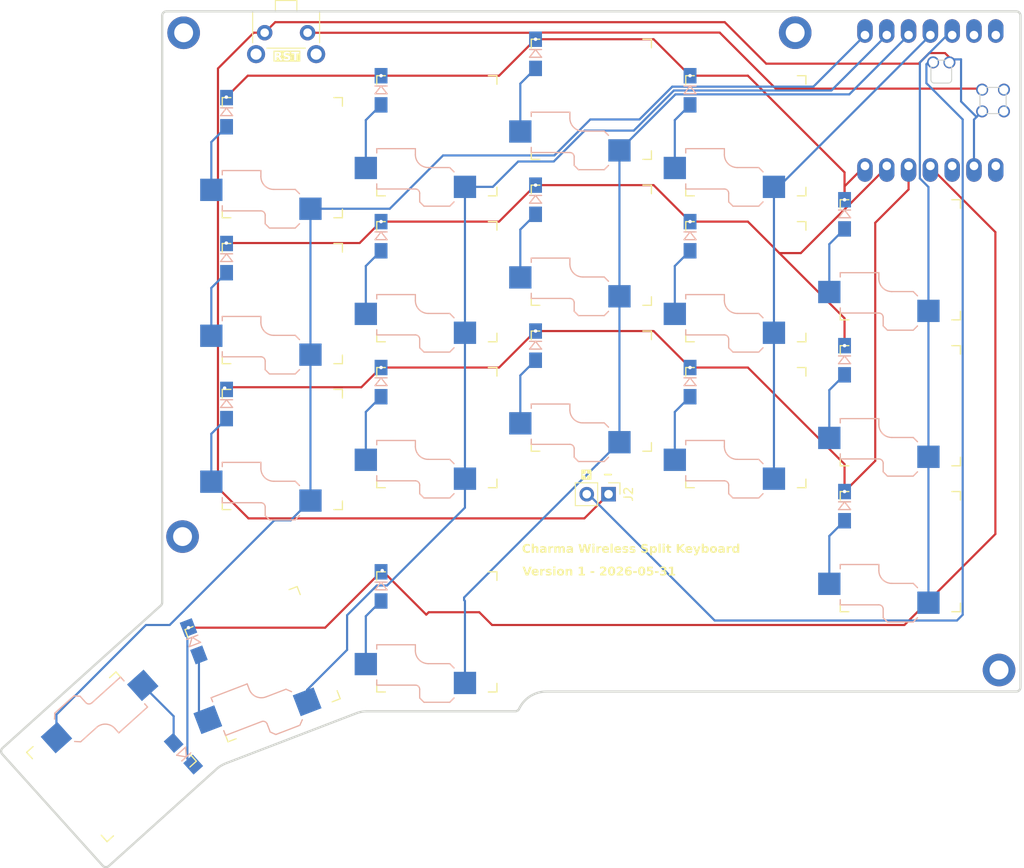
<source format=kicad_pcb>
(kicad_pcb (version 20240108) (generator "pcbnew") (generator_version "8.0")
  (title_block (title "Charma Wireless Split Keyboard") (date "2024-12-14") (rev "1"))
  (layers (0 "F.Cu" signal) (31 "B.Cu" signal) (34 "B.Paste" user) (35 "F.Paste" user) (36 "B.SilkS" user "B.Silkscreen") (37 "F.SilkS" user "F.Silkscreen") (38 "B.Mask" user) (39 "F.Mask" user) (44 "Edge.Cuts" user))
  (net 0 "")
  (net 1 "ROW0_R")
  (net 2 "Net-(DR1-A)")
  (net 3 "Net-(DR2-A)")
  (net 4 "Net-(DR3-A)")
  (net 5 "Net-(DR4-A)")
  (net 6 "Net-(DR5-A)")
  (net 7 "ROW1_R")
  (net 8 "Net-(DR6-A)")
  (net 9 "Net-(DR7-A)")
  (net 10 "Net-(DR8-A)")
  (net 11 "Net-(DR9-A)")
  (net 12 "Net-(DR10-A)")
  (net 13 "ROW2_R")
  (net 14 "Net-(DR11-A)")
  (net 15 "Net-(DR12-A)")
  (net 16 "Net-(DR13-A)")
  (net 17 "Net-(DR14-A)")
  (net 18 "Net-(DR15-A)")
  (net 19 "ROW3_R")
  (net 20 "Net-(DR16-A)")
  (net 21 "Net-(DR17-A)")
  (net 22 "Net-(DR18-A)")
  (net 23 "VBAT_R")
  (net 24 "GND_R")
  (net 25 "RESET_R")
  (net 26 "COL4_R")
  (net 27 "COL3_R")
  (net 28 "COL2_R")
  (net 29 "COL1_R")
  (net 30 "COL0_R")
  (footprint "karmalib:Kailh_Socket_PG1350_Optional" (layer "F.Cu") (at 73 36)
    (property "Reference" "SWR2" (hide yes))
    (property "Value" "SW_Push_45deg" (hide yes))
  )
  (footprint "karmalib:Kailh_Socket_PG1350_Optional" (layer "F.Cu") (at 127 67.45)
    (property "Reference" "SWR10" (hide yes))
    (property "Value" "SW_Push_45deg" (hide yes))
  )
  (footprint "karmalib:Kailh_Socket_PG1350_Optional" (layer "F.Cu") (at 73 53)
    (property "Reference" "SWR7" (hide yes))
    (property "Value" "SW_Push_45deg" (hide yes))
  )
  (footprint "MountingHole:MountingHole_2.2mm_M2_DIN965_Pad" (layer "F.Cu") (at 52.373343 91.196439)
    (property "Reference" "REF**" (hide yes))
    (property "Value" "MountingHole_2.2mm_M2_DIN965_Pad" (hide yes))
  )
  (footprint "MountingHole:MountingHole_2.2mm_M2_DIN965_Pad" (layer "F.Cu") (at 123.75 32.49)
    (property "Reference" "REF**" (hide yes))
    (property "Value" "MountingHole_2.2mm_M2_DIN965_Pad" (hide yes))
  )
  (footprint "karmalib:Kailh_Socket_PG1350_Optional" (layer "F.Cu") (at 90.75 94.05)
    (property "Reference" "SWR18" (hide yes))
    (property "Value" "SW_Push_45deg" (hide yes))
  )
  (footprint "karmalib:Kailh_Socket_PG1350_Optional" (layer "F.Cu") (at 109 36)
    (property "Reference" "SWR4" (hide yes))
    (property "Value" "SW_Push_45deg" (hide yes))
  )
  (footprint "karmalib:Kailh_Socket_PG1350_Optional" (layer "F.Cu") (at 55 55.55)
    (property "Reference" "SWR6" (hide yes))
    (property "Value" "SW_Push_45deg" (hide yes))
  )
  (footprint "karmalib:Kailh_Socket_PG1350_Optional" (layer "F.Cu") (at 91 65.75)
    (property "Reference" "SWR13" (hide yes))
    (property "Value" "SW_Push_45deg" (hide yes))
  )
  (footprint "karmalib:Kailh_Socket_PG1350_Optional" (layer "F.Cu") (at 109 53)
    (property "Reference" "SWR9" (hide yes))
    (property "Value" "SW_Push_45deg" (hide yes))
  )
  (footprint "karmalib:Kailh_Socket_PG1350_Optional" (layer "F.Cu") (at 66.911 95.225 21)
    (property "Reference" "SWR17" (hide yes))
    (property "Value" "SW_Push_45deg" (hide yes))
  )
  (footprint "karmalib:Kailh_Socket_PG1350_Optional" (layer "F.Cu") (at 73 70)
    (property "Reference" "SWR12" (hide yes))
    (property "Value" "SW_Push_45deg" (hide yes))
  )
  (footprint "karmalib:SKHLLCA010" (layer "F.Cu") (at 64.44 33.74)
    (property "Reference" "RSW2" (hide yes))
    (property "Value" "SW_Push")
  )
  (footprint "karmalib:Kailh_Socket_PG1350_Optional" (layer "F.Cu") (at 91 48.75)
    (property "Reference" "SWR8" (hide yes))
    (property "Value" "SW_Push_45deg" (hide yes))
  )
  (footprint "karmalib:Kailh_Socket_PG1350_Optional" (layer "F.Cu") (at 127 50.45)
    (property "Reference" "SWR5" (hide yes))
    (property "Value" "SW_Push_45deg" (hide yes))
  )
  (footprint "Connector_PinHeader_2.54mm:PinHeader_1x02_P2.54mm_Vertical" (layer "F.Cu") (at 102.005 86.26 -90)
    (property "Reference" "J2")
    (property "Value" "BAT")
  )
  (footprint "MountingHole:MountingHole_2.2mm_M2_DIN965_Pad" (layer "F.Cu") (at 147.5 106.74)
    (property "Reference" "REF**" (hide yes))
    (property "Value" "MountingHole_2.2mm_M2_DIN965_Pad" (hide yes))
  )
  (footprint "karmalib:XIAO_nRF52840_SMD_Cutout" (layer "F.Cu") (at 139.5 40.39 -90)
    (property "Reference" "U2" (hide yes))
    (property "Value" "xiao-ble" (hide yes))
    (fp_line (start -2.413 -0.063) (end -4.0132 -0.063) (stroke (width 0.12)) (layer "Edge.Cuts"))
    (fp_line (start -4.699 -0.7488) (end -4.699 -1.7902) (stroke (width 0.12)) (layer "Edge.Cuts"))
    (fp_line (start -2.032 -2.095) (end -2.032 -0.444) (stroke (width 0.12)) (layer "Edge.Cuts"))
    (fp_line (start -4.0132 -2.476) (end -2.413 -2.476) (stroke (width 0.12)) (layer "Edge.Cuts"))
    (fp_line (start -0.8382 -5.778) (end 0.8382 -5.778) (stroke (width 0.12)) (layer "Edge.Cuts"))
    (fp_line (start -1.524 -6.4638) (end -1.524 -8.1402) (stroke (width 0.12)) (layer "Edge.Cuts"))
    (fp_line (start 1.524 -6.4638) (end 1.524 -8.1402) (stroke (width 0.12)) (layer "Edge.Cuts"))
    (fp_line (start -0.8382 -8.826) (end 0.8382 -8.826) (stroke (width 0.12)) (layer "Edge.Cuts"))
    (fp_arc (start -2.032 -0.444) (mid -2.143592 -0.174592) (end -2.413 -0.063) (stroke (width 0.12)) (layer "Edge.Cuts"))
    (fp_arc (start -4.699 -0.7488) (mid -4.095391 -0.666609) (end -4.0132 -0.063) (stroke (width 0.12)) (layer "Edge.Cuts"))
    (fp_arc (start -4.0132 -2.476) (mid -4.095391 -1.872391) (end -4.699 -1.7902) (stroke (width 0.12)) (layer "Edge.Cuts"))
    (fp_arc (start -2.413 -2.476) (mid -2.143592 -2.364408) (end -2.032 -2.095) (stroke (width 0.12)) (layer "Edge.Cuts"))
    (fp_arc (start 0.8382 -5.778) (mid 0.920391 -6.381609) (end 1.524 -6.4638) (stroke (width 0.12)) (layer "Edge.Cuts"))
    (fp_arc (start -1.524 -6.4638) (mid -0.920391 -6.381609) (end -0.8382 -5.778) (stroke (width 0.12)) (layer "Edge.Cuts"))
    (fp_arc (start 1.524 -8.1402) (mid 0.920393 -8.222393) (end 0.8382 -8.826) (stroke (width 0.12)) (layer "Edge.Cuts"))
    (fp_arc (start -0.8382 -8.826) (mid -0.920391 -8.222391) (end -1.524 -8.1402) (stroke (width 0.12)) (layer "Edge.Cuts"))
  )
  (footprint "karmalib:Kailh_Socket_PG1350_Optional" (layer "F.Cu") (at 55 72.55)
    (property "Reference" "SWR11" (hide yes))
    (property "Value" "SW_Push_45deg" (hide yes))
  )
  (footprint "MountingHole:MountingHole_2.2mm_M2_DIN965_Pad" (layer "F.Cu") (at 52.5 32.5)
    (property "Reference" "REF**" (hide yes))
    (property "Value" "MountingHole_2.2mm_M2_DIN965_Pad" (hide yes))
  )
  (footprint "karmalib:Kailh_Socket_PG1350_Optional" (layer "F.Cu") (at 109 70)
    (property "Reference" "SWR14" (hide yes))
    (property "Value" "SW_Push_45deg" (hide yes))
  )
  (footprint "karmalib:Kailh_Socket_PG1350_Optional" (layer "F.Cu") (at 127 84.45)
    (property "Reference" "SWR15" (hide yes))
    (property "Value" "SW_Push_45deg" (hide yes))
  )
  (footprint "karmalib:Kailh_Socket_PG1350_Optional" (layer "F.Cu") (at 45.076 104.865 42)
    (property "Reference" "SWR16" (hide yes))
    (property "Value" "SW_Push_45deg" (hide yes))
  )
  (footprint "karmalib:Kailh_Socket_PG1350_Optional" (layer "F.Cu") (at 91 31.75)
    (property "Reference" "SWR3" (hide yes))
    (property "Value" "SW_Push_45deg" (hide yes))
  )
  (footprint "karmalib:Kailh_Socket_PG1350_Optional" (layer "F.Cu") (at 55 38.55)
    (property "Reference" "SWR1" (hide yes))
    (property "Value" "SW_Push_45deg" (hide yes))
  )
  (footprint "karmalib:Diode_SOD123" (layer "B.Cu") (at 129.5 70.65 -90)
    (property "Reference" "DR10" (hide yes))
    (property "Value" "D_Small" (hide yes))
  )
  (footprint "karmalib:Diode_SOD123" (layer "B.Cu") (at 93.5 51.95 -90)
    (property "Reference" "DR8" (hide yes))
    (property "Value" "D_Small" (hide yes))
  )
  (footprint "karmalib:Diode_SOD123" (layer "B.Cu") (at 93.5 34.95 -90)
    (property "Reference" "DR3" (hide yes))
    (property "Value" "D_Small" (hide yes))
  )
  (footprint "karmalib:Diode_SOD123" (layer "B.Cu") (at 111.5 56.2 -90)
    (property "Reference" "DR9" (hide yes))
    (property "Value" "D_Small" (hide yes))
  )
  (footprint "karmalib:Diode_SOD123" (layer "B.Cu") (at 111.5 39.2 -90)
    (property "Reference" "DR4" (hide yes))
    (property "Value" "D_Small" (hide yes))
  )
  (footprint "karmalib:Diode_SOD123" (layer "B.Cu") (at 129.5 87.65 -90)
    (property "Reference" "DR15" (hide yes))
    (property "Value" "D_Small" (hide yes))
  )
  (footprint "karmalib:Diode_SOD123" (layer "B.Cu") (at 57.5 58.75 -90)
    (property "Reference" "DR6" (hide yes))
    (property "Value" "D_Small" (hide yes))
  )
  (footprint "karmalib:Diode_SOD123" (layer "B.Cu") (at 57.5 75.75 -90)
    (property "Reference" "DR11" (hide yes))
    (property "Value" "D_Small" (hide yes))
  )
  (footprint "karmalib:Diode_SOD123" (layer "B.Cu") (at 129.5 53.65 -90)
    (property "Reference" "DR5" (hide yes))
    (property "Value" "D_Small" (hide yes))
  )
  (footprint "karmalib:Diode_SOD123" (layer "B.Cu") (at 52.473343 116.496439 132)
    (property "Reference" "DR16" (hide yes))
    (property "Value" "D_Small" (hide yes))
  )
  (footprint "karmalib:Diode_SOD123" (layer "B.Cu") (at 75.5 97 -90)
    (property "Reference" "DR18" (hide yes))
    (property "Value" "D_Small" (hide yes))
  )
  (footprint "karmalib:Diode_SOD123" (layer "B.Cu") (at 93.5 68.95 -90)
    (property "Reference" "DR13" (hide yes))
    (property "Value" "D_Small" (hide yes))
  )
  (footprint "karmalib:Diode_SOD123" (layer "B.Cu") (at 75.5 73.2 -90)
    (property "Reference" "DR12" (hide yes))
    (property "Value" "D_Small" (hide yes))
  )
  (footprint "karmalib:Diode_SOD123" (layer "B.Cu") (at 75.5 39.2 -90)
    (property "Reference" "DR2" (hide yes))
    (property "Value" "D_Small" (hide yes))
  )
  (footprint "karmalib:Diode_SOD123" (layer "B.Cu") (at 53.673343 103.396439 -69)
    (property "Reference" "DR17" (hide yes))
    (property "Value" "D_Small" (hide yes))
  )
  (footprint "karmalib:Diode_SOD123" (layer "B.Cu") (at 111.5 73.2 -90)
    (property "Reference" "DR14" (hide yes))
    (property "Value" "D_Small" (hide yes))
  )
  (footprint "karmalib:Diode_SOD123" (layer "B.Cu") (at 57.5 41.75 -90)
    (property "Reference" "DR1" (hide yes))
    (property "Value" "D_Small" (hide yes))
  )
  (footprint "karmalib:Diode_SOD123" (layer "B.Cu") (at 75.5 56.2 -90)
    (property "Reference" "DR7" (hide yes))
    (property "Value" "D_Small" (hide yes))
  )
  (gr_poly (pts (xy 149.524787 30.000619) (xy 149.549414 30.002451) (xy 149.57383 30.005484) (xy 149.597997 30.0097) (xy 149.621873 30.015083) (xy 149.645416 30.021616) (xy 149.668586 30.029282) (xy 149.691342 30.038064) (xy 149.713642 30.047945) (xy 149.735446 30.058907) (xy 149.756713 30.070934) (xy 149.777402 30.08401) (xy 149.797471 30.098116) (xy 149.81688 30.113236) (xy 149.835588 30.129353) (xy 149.853554 30.14645) (xy 149.870651 30.164417) (xy 149.886767 30.183125) (xy 149.901887 30.202534) (xy 149.915993 30.222603) (xy 149.929069 30.243292) (xy 149.941096 30.264559) (xy 149.952058 30.286362) (xy 149.961939 30.308662) (xy 149.970721 30.331417) (xy 149.978387 30.354586) (xy 149.98492 30.378129) (xy 149.990304 30.402003) (xy 149.99452 30.426169) (xy 149.997553 30.450585) (xy 149.999386 30.475211) (xy 150 30.500004) (xy 149.999992 108.750008) (xy 149.999379 108.774801) (xy 149.997548 108.799426) (xy 149.994516 108.823841) (xy 149.9903 108.848007) (xy 149.984918 108.871881) (xy 149.978385 108.895423) (xy 149.970719 108.918592) (xy 149.961938 108.941347) (xy 149.952058 108.963647) (xy 149.941095 108.985451) (xy 149.929068 109.006717) (xy 149.915993 109.027406) (xy 149.901887 109.047476) (xy 149.886767 109.066885) (xy 149.870651 109.085594) (xy 149.853554 109.103561) (xy 149.835588 109.120658) (xy 149.81688 109.136775) (xy 149.797471 109.151895) (xy 149.777402 109.166001) (xy 149.756713 109.179076) (xy 149.735446 109.191103) (xy 149.713642 109.202066) (xy 149.691342 109.211946) (xy 149.668587 109.220728) (xy 149.645418 109.228394) (xy 149.621875 109.234928) (xy 149.598001 109.240311) (xy 149.573835 109.244528) (xy 149.549419 109.247561) (xy 149.524793 109.249393) (xy 149.5 109.250008) (xy 94.75 109.250008) (xy 94.49715 109.259115) (xy 94.24795 109.286105) (xy 94.003184 109.330479) (xy 93.763638 109.391739) (xy 93.530096 109.469386) (xy 93.303342 109.562922) (xy 93.084162 109.671848) (xy 92.873341 109.795666) (xy 92.671662 109.933877) (xy 92.479911 110.085984) (xy 92.298872 110.251487) (xy 92.129331 110.429888) (xy 91.972071 110.620689) (xy 91.827877 110.823391) (xy 91.697535 111.037495) (xy 91.581829 111.262505) (xy 91.581825 111.262505) (xy 91.573829 111.278767) (xy 91.565296 111.29465) (xy 91.55624 111.310142) (xy 91.546676 111.325237) (xy 91.536617 111.339924) (xy 91.526077 111.354195) (xy 91.515071 111.36804) (xy 91.503612 111.381452) (xy 91.491714 111.394421) (xy 91.479392 111.406938) (xy 91.466659 111.418994) (xy 91.453529 111.430581) (xy 91.440017 111.441689) (xy 91.426137 111.45231) (xy 91.411901 111.462435) (xy 91.397326 111.472054) (xy 91.382423 111.48116) (xy 91.367208 111.489742) (xy 91.351695 111.497793) (xy 91.335897 111.505303) (xy 91.319828 111.512263) (xy 91.303503 111.518665) (xy 91.286936 111.524499) (xy 91.27014 111.529757) (xy 91.253129 111.534429) (xy 91.235918 111.538508) (xy 91.218521 111.541983) (xy 91.200951 111.544847) (xy 91.183223 111.547089) (xy 91.16535 111.548702) (xy 91.147346 111.549676) (xy 91.129227 111.550003) (xy 73.863613 111.550003) (xy 73.783259 111.550926) (xy 73.703022 111.553689) (xy 73.622932 111.558288) (xy 73.543021 111.564717) (xy 73.46332 111.57297) (xy 73.383859 111.58304) (xy 73.30467 111.594924) (xy 73.225784 111.608613) (xy 73.147232 111.624103) (xy 73.069045 111.641388) (xy 72.991254 111.660463) (xy 72.913889 111.681321) (xy 72.836983 111.703956) (xy 72.760565 111.728364) (xy 72.684668 111.754537) (xy 72.609322 111.782471) (xy 57.417389 117.61412) (xy 57.342703 117.643776) (xy 57.268786 117.67511) (xy 57.195665 117.708104) (xy 57.123365 117.742742) (xy 57.051916 117.779008) (xy 56.981342 117.816885) (xy 56.911672 117.856357) (xy 56.842931 117.897407) (xy 56.775148 117.940018) (xy 56.708349 117.984175) (xy 56.64256 118.02986) (xy 56.577809 118.077058) (xy 56.514122 118.125751) (xy 56.451527 118.175923) (xy 56.390051 118.227559) (xy 56.32972 118.28064) (xy 43.780696 129.579834) (xy 43.76114 129.596565) (xy 43.740979 129.612119) (xy 43.720257 129.626498) (xy 43.699017 129.639704) (xy 43.677306 129.65174) (xy 43.655166 129.662608) (xy 43.632642 129.67231) (xy 43.609779 129.680849) (xy 43.586622 129.688227) (xy 43.563213 129.694446) (xy 43.539599 129.699509) (xy 43.515822 129.703418) (xy 43.491927 129.706175) (xy 43.46796 129.707783) (xy 43.443964 129.708244) (xy 43.419983 129.70756) (xy 43.396062 129.705733) (xy 43.372245 129.702767) (xy 43.348577 129.698662) (xy 43.325102 129.693423) (xy 43.301864 129.68705) (xy 43.278908 129.679546) (xy 43.256278 129.670914) (xy 43.234018 129.661156) (xy 43.212173 129.650275) (xy 43.190787 129.638271) (xy 43.169904 129.625149) (xy 43.149569 129.61091) (xy 43.129827 129.595556) (xy 43.110721 129.57909) (xy 43.092296 129.561515) (xy 43.074596 129.542831) (xy 31.364806 116.537796) (xy 31.348673 116.518961) (xy 31.333556 116.499436) (xy 31.319473 116.479263) (xy 31.306436 116.458484) (xy 31.294461 116.43714) (xy 31.283563 116.415274) (xy 31.273756 116.392928) (xy 31.265056 116.370142) (xy 31.257477 116.346959) (xy 31.251034 116.323421) (xy 31.245742 116.299569) (xy 31.241615 116.275446) (xy 31.238669 116.251093) (xy 31.236917 116.226551) (xy 31.236376 116.201863) (xy 31.23706 116.177071) (xy 31.238971 116.152344) (xy 31.242089 116.127848) (xy 31.246396 116.103625) (xy 31.251871 116.079713) (xy 31.258496 116.056152) (xy 31.266252 116.032984) (xy 31.27512 116.010247) (xy 31.28508 115.987983) (xy 31.296114 115.96623) (xy 31.308203 115.94503) (xy 31.321326 115.924422) (xy 31.335466 115.904446) (xy 31.350603 115.885142) (xy 31.366718 115.86655) (xy 31.383792 115.848711) (xy 31.401806 115.831665) (xy 49.834566 99.234695) (xy 49.853777 99.216454) (xy 49.871908 99.197318) (xy 49.888936 99.177339) (xy 49.904839 99.156563) (xy 49.919596 99.135042) (xy 49.933185 99.112824) (xy 49.945583 99.089958) (xy 49.95677 99.066493) (xy 49.966722 99.042479) (xy 49.975418 99.017965) (xy 49.982836 98.992999) (xy 49.988955 98.967632) (xy 49.993752 98.941912) (xy 49.997206 98.915889) (xy 49.999294 98.889611) (xy 49.999994 98.863129) (xy 49.999996 30.500004) (xy 50.000647 30.474274) (xy 50.002578 30.448882) (xy 50.005757 30.423859) (xy 50.010154 30.399237) (xy 50.015738 30.375047) (xy 50.022475 30.35132) (xy 50.030336 30.328088) (xy 50.039289 30.305382) (xy 50.049302 30.283234) (xy 50.060344 30.261675) (xy 50.072383 30.240736) (xy 50.085389 30.22045) (xy 50.099329 30.200846) (xy 50.114172 30.181958) (xy 50.129887 30.163816) (xy 50.146443 30.146451) (xy 50.163808 30.129895) (xy 50.18195 30.11418) (xy 50.200838 30.099337) (xy 50.220442 30.085397) (xy 50.240728 30.072391) (xy 50.261667 30.060352) (xy 50.283226 30.04931) (xy 50.305374 30.039297) (xy 50.32808 30.030344) (xy 50.351312 30.022483) (xy 50.375039 30.015746) (xy 50.399229 30.010163) (xy 50.423851 30.005766) (xy 50.448874 30.002586) (xy 50.474266 30.000655) (xy 50.499996 30.000004) (xy 149.499992 30.000004)) (stroke (width 0.264582)) (fill none) (layer "Edge.Cuts"))
  (gr_text "${TITLE}" (at 91.913343 93.256439 0) (layer "F.SilkS") (effects (font (size 1 1)) (justify left bottom)))
  (gr_text "-" (at 101.183343 84.486439 0) (layer "F.SilkS") (effects (font (size 1 1) (thickness 0.2) (bold yes)) (justify left bottom)))
  (gr_text "RST" (at 62.95 35.9 0) (layer "F.SilkS" knockout) (effects (font (size 1 1)) (justify left bottom)))
  (gr_text "Version ${REVISION} - ${CURRENT_DATE}" (at 91.973343 95.896439 0) (layer "F.SilkS") (effects (font (size 1 1)) (justify left bottom)))
  (gr_text "+" (at 98.673343 84.496439 0) (layer "F.SilkS" knockout) (effects (font (size 1 1) (thickness 0.2) (bold yes)) (justify left bottom)))
  (segment (start 75.5 37.5) (end 89.25 37.5) (width 0.25) (layer "F.Cu") (net 1))
  (segment (start 131.88 48.01) (end 129.5 50.39) (width 0.25) (layer "F.Cu") (net 1))
  (segment (start 118.236527 37.5) (end 129.5 48.763473) (width 0.25) (layer "F.Cu") (net 1))
  (segment (start 129.5 50.39) (end 129.5 51.95) (width 0.25) (layer "F.Cu") (net 1))
  (segment (start 107.25 33.25) (end 111.5 37.5) (width 0.25) (layer "F.Cu") (net 1))
  (segment (start 59.969782 37.5) (end 75.5 37.5) (width 0.25) (layer "F.Cu") (net 1))
  (segment (start 111.5 37.5) (end 118.236527 37.5) (width 0.25) (layer "F.Cu") (net 1))
  (segment (start 57.473343 39.996439) (end 59.969782 37.5) (width 0.25) (layer "F.Cu") (net 1))
  (segment (start 93.5 33.25) (end 107.25 33.25) (width 0.25) (layer "F.Cu") (net 1))
  (segment (start 89.25 37.5) (end 93.5 33.25) (width 0.25) (layer "F.Cu") (net 1))
  (segment (start 129.5 48.763473) (end 129.5 51.95) (width 0.25) (layer "F.Cu") (net 1))
  (via (at 75.5 37.5) (size 0.8) (drill 0.4) (layers "F.Cu" "B.Cu") (net 1))
  (via (at 111.5 37.5) (size 0.8) (drill 0.4) (layers "F.Cu" "B.Cu") (net 1))
  (via (at 129.5 51.95) (size 0.8) (drill 0.4) (layers "F.Cu" "B.Cu") (net 1))
  (via (at 93.5 33.25) (size 0.8) (drill 0.4) (layers "F.Cu" "B.Cu") (net 1))
  (via (at 57.473343 39.996439) (size 0.8) (drill 0.4) (layers "F.Cu" "B.Cu") (net 1))
  (segment (start 55.725 45.225) (end 57.5 43.45) (width 0.25) (layer "B.Cu") (net 2))
  (segment (start 55.725 50.8) (end 55.725 45.225) (width 0.25) (layer "B.Cu") (net 2))
  (segment (start 73.725 48.25) (end 73.725 42.675) (width 0.25) (layer "B.Cu") (net 3))
  (segment (start 73.725 42.675) (end 75.5 40.9) (width 0.25) (layer "B.Cu") (net 3))
  (segment (start 91.725 38.425) (end 93.5 36.65) (width 0.25) (layer "B.Cu") (net 4))
  (segment (start 91.725 44) (end 91.725 38.425) (width 0.25) (layer "B.Cu") (net 4))
  (segment (start 109.725 48.25) (end 109.725 42.675) (width 0.25) (layer "B.Cu") (net 5))
  (segment (start 109.725 42.675) (end 111.5 40.9) (width 0.25) (layer "B.Cu") (net 5))
  (segment (start 127.725 57.125) (end 129.5 55.35) (width 0.25) (layer "B.Cu") (net 6))
  (segment (start 127.725 62.7) (end 127.725 57.125) (width 0.25) (layer "B.Cu") (net 6))
  (segment (start 75.5 54.5) (end 89.25 54.5) (width 0.25) (layer "F.Cu") (net 7))
  (segment (start 73.003561 56.996439) (end 75.5 54.5) (width 0.25) (layer "F.Cu") (net 7))
  (segment (start 129.5 65.763473) (end 129.5 68.95) (width 0.25) (layer "F.Cu") (net 7))
  (segment (start 89.25 54.5) (end 93.5 50.25) (width 0.25) (layer "F.Cu") (net 7))
  (segment (start 93.5 50.25) (end 107.25 50.25) (width 0.25) (layer "F.Cu") (net 7))
  (segment (start 57.473343 56.996439) (end 73.003561 56.996439) (width 0.25) (layer "F.Cu") (net 7))
  (segment (start 121.903154 58.166628) (end 129.5 65.763473) (width 0.25) (layer "F.Cu") (net 7))
  (segment (start 111.5 54.5) (end 118.236527 54.5) (width 0.25) (layer "F.Cu") (net 7))
  (segment (start 124.405784 58.166628) (end 121.903154 58.166628) (width 0.25) (layer "F.Cu") (net 7))
  (segment (start 107.25 50.25) (end 111.5 54.5) (width 0.25) (layer "F.Cu") (net 7))
  (segment (start 134.42 48.152412) (end 124.405784 58.166628) (width 0.25) (layer "F.Cu") (net 7))
  (segment (start 118.236527 54.5) (end 121.903154 58.166628) (width 0.25) (layer "F.Cu") (net 7))
  (via (at 57.473343 56.996439) (size 0.8) (drill 0.4) (layers "F.Cu" "B.Cu") (net 7))
  (via (at 111.5 54.5) (size 0.8) (drill 0.4) (layers "F.Cu" "B.Cu") (net 7))
  (via (at 129.5 68.95) (size 0.8) (drill 0.4) (layers "F.Cu" "B.Cu") (net 7))
  (via (at 93.5 50.25) (size 0.8) (drill 0.4) (layers "F.Cu" "B.Cu") (net 7))
  (via (at 75.5 54.5) (size 0.8) (drill 0.4) (layers "F.Cu" "B.Cu") (net 7))
  (segment (start 55.725 67.8) (end 55.725 62.225) (width 0.25) (layer "B.Cu") (net 8))
  (segment (start 55.725 62.225) (end 57.5 60.45) (width 0.25) (layer "B.Cu") (net 8))
  (segment (start 73.725 59.675) (end 75.5 57.9) (width 0.25) (layer "B.Cu") (net 9))
  (segment (start 73.725 65.25) (end 73.725 59.675) (width 0.25) (layer "B.Cu") (net 9))
  (segment (start 91.725 61) (end 91.725 55.425) (width 0.25) (layer "B.Cu") (net 10))
  (segment (start 91.725 55.425) (end 93.5 53.65) (width 0.25) (layer "B.Cu") (net 10))
  (segment (start 109.725 59.675) (end 111.5 57.9) (width 0.25) (layer "B.Cu") (net 11))
  (segment (start 109.725 65.25) (end 109.725 59.675) (width 0.25) (layer "B.Cu") (net 11))
  (segment (start 127.725 74.125) (end 129.5 72.35) (width 0.25) (layer "B.Cu") (net 12))
  (segment (start 127.725 79.7) (end 127.725 74.125) (width 0.25) (layer "B.Cu") (net 12))
  (segment (start 133.075 82.375) (end 129.5 85.95) (width 0.25) (layer "F.Cu") (net 13))
  (segment (start 136.96 48.01) (end 136.96 50.753473) (width 0.25) (layer "F.Cu") (net 13))
  (segment (start 57.373343 73.796439) (end 73.203561 73.796439) (width 0.25) (layer "F.Cu") (net 13))
  (segment (start 118.236527 71.5) (end 129.5 82.763473) (width 0.25) (layer "F.Cu") (net 13))
  (segment (start 57.273343 73.896439) (end 57.373343 73.796439) (width 0.25) (layer "F.Cu") (net 13))
  (segment (start 89.25 71.5) (end 93.5 67.25) (width 0.25) (layer "F.Cu") (net 13))
  (segment (start 136.96 50.753473) (end 133.075 54.638473) (width 0.25) (layer "F.Cu") (net 13))
  (segment (start 111.5 71.5) (end 118.236527 71.5) (width 0.25) (layer "F.Cu") (net 13))
  (segment (start 93.5 67.25) (end 107.25 67.25) (width 0.25) (layer "F.Cu") (net 13))
  (segment (start 133.075 54.638473) (end 133.075 82.375) (width 0.25) (layer "F.Cu") (net 13))
  (segment (start 107.25 67.25) (end 111.5 71.5) (width 0.25) (layer "F.Cu") (net 13))
  (segment (start 129.5 82.763473) (end 129.5 85.95) (width 0.25) (layer "F.Cu") (net 13))
  (segment (start 73.203561 73.796439) (end 75.5 71.5) (width 0.25) (layer "F.Cu") (net 13))
  (segment (start 75.5 71.5) (end 89.25 71.5) (width 0.25) (layer "F.Cu") (net 13))
  (via (at 111.5 71.5) (size 0.8) (drill 0.4) (layers "F.Cu" "B.Cu") (net 13))
  (via (at 129.5 85.95) (size 0.8) (drill 0.4) (layers "F.Cu" "B.Cu") (net 13))
  (via (at 93.5 67.25) (size 0.8) (drill 0.4) (layers "F.Cu" "B.Cu") (net 13))
  (via (at 57.273343 73.896439) (size 0.8) (drill 0.4) (layers "F.Cu" "B.Cu") (net 13))
  (via (at 75.5 71.5) (size 0.8) (drill 0.4) (layers "F.Cu" "B.Cu") (net 13))
  (segment (start 55.725 79.225) (end 57.5 77.45) (width 0.25) (layer "B.Cu") (net 14))
  (segment (start 55.725 84.8) (end 55.725 79.225) (width 0.25) (layer "B.Cu") (net 14))
  (segment (start 73.725 82.25) (end 73.725 76.675) (width 0.25) (layer "B.Cu") (net 15))
  (segment (start 73.725 76.675) (end 75.5 74.9) (width 0.25) (layer "B.Cu") (net 15))
  (segment (start 91.725 78) (end 91.725 72.425) (width 0.25) (layer "B.Cu") (net 16))
  (segment (start 91.725 72.425) (end 93.5 70.65) (width 0.25) (layer "B.Cu") (net 16))
  (segment (start 109.725 76.675) (end 111.5 74.9) (width 0.25) (layer "B.Cu") (net 17))
  (segment (start 109.725 82.25) (end 109.725 76.675) (width 0.25) (layer "B.Cu") (net 17))
  (segment (start 127.725 91.125) (end 129.5 89.35) (width 0.25) (layer "B.Cu") (net 18))
  (segment (start 127.725 96.7) (end 127.725 91.125) (width 0.25) (layer "B.Cu") (net 18))
  (segment (start 68.990648 101.809352) (end 53.064118 101.809352) (width 0.25) (layer "F.Cu") (net 19))
  (segment (start 147.073343 55.725755) (end 139.5 48.152412) (width 0.25) (layer "F.Cu") (net 19))
  (segment (start 136.473343 101.496439) (end 147.073343 90.896439) (width 0.25) (layer "F.Cu") (net 19))
  (segment (start 81.051658 100.0105) (end 86.947027 100.0105) (width 0.25) (layer "F.Cu") (net 19))
  (segment (start 147.073343 90.896439) (end 147.073343 55.725755) (width 0.25) (layer "F.Cu") (net 19))
  (segment (start 88.432966 101.496439) (end 136.473343 101.496439) (width 0.25) (layer "F.Cu") (net 19))
  (segment (start 75.638452 95.161548) (end 80.769531 100.292627) (width 0.25) (layer "F.Cu") (net 19))
  (segment (start 80.769531 100.292627) (end 81.051658 100.0105) (width 0.25) (layer "F.Cu") (net 19))
  (segment (start 75.638452 95.161548) (end 68.990648 101.809352) (width 0.25) (layer "F.Cu") (net 19))
  (segment (start 86.947027 100.0105) (end 88.432966 101.496439) (width 0.25) (layer "F.Cu") (net 19))
  (via (at 53.064118 101.809352) (size 0.8) (drill 0.4) (layers "F.Cu" "B.Cu") (net 19))
  (via (at 75.638452 95.161548) (size 0.8) (drill 0.4) (layers "F.Cu" "B.Cu") (net 19))
  (segment (start 53.610865 117.759785) (end 52.934852 117.083772) (width 0.25) (layer "B.Cu") (net 19))
  (segment (start 52.934852 117.083772) (end 52.934852 101.938618) (width 0.25) (layer "B.Cu") (net 19))
  (segment (start 51.335821 112.128716) (end 47.734096 108.526991) (width 0.25) (layer "B.Cu") (net 20))
  (segment (start 51.335821 115.233093) (end 51.335821 112.128716) (width 0.25) (layer "B.Cu") (net 20))
  (segment (start 54.282568 111.494539) (end 54.282568 104.983526) (width 0.25) (layer "B.Cu") (net 21))
  (segment (start 55.31721 112.529181) (end 54.282568 111.494539) (width 0.25) (layer "B.Cu") (net 21))
  (segment (start 73.725 106.05) (end 73.725 100.475) (width 0.25) (layer "B.Cu") (net 22))
  (segment (start 73.725 100.475) (end 75.5 98.7) (width 0.25) (layer "B.Cu") (net 22))
  (segment (start 99.773343 86.378343) (end 114.37 100.975) (width 0.25) (layer "B.Cu") (net 23))
  (segment (start 143.265 42.59905) (end 139.038 38.37205) (width 0.25) (layer "B.Cu") (net 23))
  (segment (start 143.265 100.304782) (end 143.265 42.59905) (width 0.25) (layer "B.Cu") (net 23))
  (segment (start 114.37 100.975) (end 142.594782 100.975) (width 0.25) (layer "B.Cu") (net 23))
  (segment (start 139.038 38.37205) (end 139.038 36.159338) (width 0.25) (layer "B.Cu") (net 23))
  (segment (start 139.038 36.159338) (end 139.345538 35.8518) (width 0.25) (layer "B.Cu") (net 23))
  (segment (start 142.594782 100.975) (end 143.265 100.304782) (width 0.25) (layer "B.Cu") (net 23))
  (segment (start 61.94 32.49) (end 60.667208 32.49) (width 0.25) (layer "F.Cu") (net 24))
  (segment (start 63.165 31.265) (end 115.541904 31.265) (width 0.25) (layer "F.Cu") (net 24))
  (segment (start 141.203662 34.862) (end 141.8152 35.473538) (width 0.25) (layer "F.Cu") (net 24))
  (segment (start 60.667208 32.49) (end 56.498343 36.658865) (width 0.25) (layer "F.Cu") (net 24))
  (segment (start 115.541904 31.265) (end 120.373343 36.096439) (width 0.25) (layer "F.Cu") (net 24))
  (segment (start 56.498343 36.658865) (end 56.498343 85.521439) (width 0.25) (layer "F.Cu") (net 24))
  (segment (start 60.051904 89.075) (end 99.19 89.075) (width 0.25) (layer "F.Cu") (net 24))
  (segment (start 139.368407 34.862) (end 141.203662 34.862) (width 0.25) (layer "F.Cu") (net 24))
  (segment (start 120.373343 36.096439) (end 138.133968 36.096439) (width 0.25) (layer "F.Cu") (net 24))
  (segment (start 138.133968 36.096439) (end 139.368407 34.862) (width 0.25) (layer "F.Cu") (net 24))
  (segment (start 56.498343 85.521439) (end 60.051904 89.075) (width 0.25) (layer "F.Cu") (net 24))
  (segment (start 99.19 89.075) (end 102.005 86.26) (width 0.25) (layer "F.Cu") (net 24))
  (segment (start 61.94 32.49) (end 63.165 31.265) (width 0.25) (layer "F.Cu") (net 24))
  (segment (start 143.073343 40.496439) (end 143.073343 35.596439) (width 0.25) (layer "B.Cu") (net 24))
  (segment (start 144.58 48.01) (end 144.58 42.612) (width 0.25) (layer "B.Cu") (net 24))
  (segment (start 144.884452 42.307548) (end 145.4388 41.7532) (width 0.25) (layer "B.Cu") (net 24))
  (segment (start 144.884452 42.307548) (end 143.073343 40.496439) (width 0.25) (layer "B.Cu") (net 24))
  (segment (start 143.073343 35.596439) (end 142.070561 35.596439) (width 0.25) (layer "B.Cu") (net 24))
  (segment (start 144.58 42.612) (end 144.884452 42.307548) (width 0.25) (layer "B.Cu") (net 24))
  (segment (start 114.951904 32.475) (end 121.482599 39.005695) (width 0.25) (layer "F.Cu") (net 25))
  (segment (start 93.157545 32.496439) (end 93.178984 32.475) (width 0.25) (layer "F.Cu") (net 25))
  (segment (start 121.482599 39.005695) (end 145.377305 39.005695) (width 0.25) (layer "F.Cu") (net 25))
  (segment (start 93.178984 32.475) (end 114.951904 32.475) (width 0.25) (layer "F.Cu") (net 25))
  (segment (start 66.946439 32.496439) (end 93.157545 32.496439) (width 0.25) (layer "F.Cu") (net 25))
  (segment (start 67.275 53) (end 67.275 70) (width 0.25) (layer "B.Cu") (net 26))
  (segment (start 109.427208 38.775) (end 125.875 38.775) (width 0.25) (layer "B.Cu") (net 26))
  (segment (start 95.686947 46.7895) (end 99.880008 42.596439) (width 0.25) (layer "B.Cu") (net 26))
  (segment (start 48.110681 101.496439) (end 50.873343 101.496439) (width 0.25) (layer "B.Cu") (net 26))
  (segment (start 82.726007 46.7895) (end 95.686947 46.7895) (width 0.25) (layer "B.Cu") (net 26))
  (segment (start 76.515507 53) (end 82.726007 46.7895) (width 0.25) (layer "B.Cu") (net 26))
  (segment (start 63.073343 89.296439) (end 64.978561 89.296439) (width 0.25) (layer "B.Cu") (net 26))
  (segment (start 105.605769 42.596439) (end 109.427208 38.775) (width 0.25) (layer "B.Cu") (net 26))
  (segment (start 37.678685 114.620529) (end 37.678685 111.928435) (width 0.25) (layer "B.Cu") (net 26))
  (segment (start 99.880008 42.596439) (end 105.605769 42.596439) (width 0.25) (layer "B.Cu") (net 26))
  (segment (start 37.678685 111.928435) (end 48.110681 101.496439) (width 0.25) (layer "B.Cu") (net 26))
  (segment (start 67.275 70) (end 67.275 87) (width 0.25) (layer "B.Cu") (net 26))
  (segment (start 125.875 38.775) (end 131.88 32.77) (width 0.25) (layer "B.Cu") (net 26))
  (segment (start 50.873343 101.496439) (end 63.073343 89.296439) (width 0.25) (layer "B.Cu") (net 26))
  (segment (start 64.978561 89.296439) (end 67.275 87) (width 0.25) (layer "B.Cu") (net 26))
  (segment (start 67.275 53) (end 76.515507 53) (width 0.25) (layer "B.Cu") (net 26))
  (segment (start 71.543453 104.396439) (end 71.543453 100.356547) (width 0.25) (layer "B.Cu") (net 27))
  (segment (start 71.543453 100.356547) (end 75.003561 96.896439) (width 0.25) (layer "B.Cu") (net 27))
  (segment (start 95.616404 47.496439) (end 99.216404 43.896439) (width 0.25) (layer "B.Cu") (net 27))
  (segment (start 91.478561 47.496439) (end 95.616404 47.496439) (width 0.25) (layer "B.Cu") (net 27))
  (segment (start 85.275 84.45) (end 85.275 67.45) (width 0.25) (layer "B.Cu") (net 27))
  (segment (start 127.965 39.225) (end 134.42 32.77) (width 0.25) (layer "B.Cu") (net 27))
  (segment (start 75.003561 96.896439) (end 76.203561 96.896439) (width 0.25) (layer "B.Cu") (net 27))
  (segment (start 66.888475 110.443906) (end 66.888475 109.051417) (width 0.25) (layer "B.Cu") (net 27))
  (segment (start 76.203561 96.896439) (end 85.275 87.825) (width 0.25) (layer "B.Cu") (net 27))
  (segment (start 99.216404 43.896439) (end 104.942165 43.896439) (width 0.25) (layer "B.Cu") (net 27))
  (segment (start 66.888475 109.051417) (end 71.543453 104.396439) (width 0.25) (layer "B.Cu") (net 27))
  (segment (start 104.942165 43.896439) (end 109.613604 39.225) (width 0.25) (layer "B.Cu") (net 27))
  (segment (start 85.275 50.45) (end 88.525 50.45) (width 0.25) (layer "B.Cu") (net 27))
  (segment (start 109.613604 39.225) (end 127.965 39.225) (width 0.25) (layer "B.Cu") (net 27))
  (segment (start 85.275 87.825) (end 85.275 84.45) (width 0.25) (layer "B.Cu") (net 27))
  (segment (start 85.275 67.45) (end 85.275 50.45) (width 0.25) (layer "B.Cu") (net 27))
  (segment (start 88.525 50.45) (end 91.478561 47.496439) (width 0.25) (layer "B.Cu") (net 27))
  (segment (start 109.8 39.675) (end 130.055 39.675) (width 0.25) (layer "B.Cu") (net 28))
  (segment (start 100.64 82.835) (end 100.634782 82.835) (width 0.25) (layer "B.Cu") (net 28))
  (segment (start 103.275 63.2) (end 103.275 80.2) (width 0.25) (layer "B.Cu") (net 28))
  (segment (start 85.173343 98.296439) (end 85.173343 98.596439) (width 0.25) (layer "B.Cu") (net 28))
  (segment (start 100.634782 82.835) (end 85.173343 98.296439) (width 0.25) (layer "B.Cu") (net 28))
  (segment (start 103.275 46.2) (end 109.8 39.675) (width 0.25) (layer "B.Cu") (net 28))
  (segment (start 85.275 98.698096) (end 85.275 108.25) (width 0.25) (layer "B.Cu") (net 28))
  (segment (start 103.275 80.2) (end 100.64 82.835) (width 0.25) (layer "B.Cu") (net 28))
  (segment (start 85.173343 98.596439) (end 85.275 98.698096) (width 0.25) (layer "B.Cu") (net 28))
  (segment (start 130.055 39.675) (end 136.96 32.77) (width 0.25) (layer "B.Cu") (net 28))
  (segment (start 103.275 46.2) (end 103.275 63.2) (width 0.25) (layer "B.Cu") (net 28))
  (segment (start 121.82 50.45) (end 139.5 32.77) (width 0.25) (layer "B.Cu") (net 29))
  (segment (start 121.275 67.45) (end 121.275 50.45) (width 0.25) (layer "B.Cu") (net 29))
  (segment (start 121.275 84.45) (end 121.275 67.45) (width 0.25) (layer "B.Cu") (net 29))
  (segment (start 138.275 49.467412) (end 138.275 35.955407) (width 0.25) (layer "B.Cu") (net 30))
  (segment (start 139.275 50.467412) (end 138.275 49.467412) (width 0.25) (layer "B.Cu") (net 30))
  (segment (start 139.275 81.9) (end 139.275 98.9) (width 0.25) (layer "B.Cu") (net 30))
  (segment (start 139.275 64.9) (end 139.275 81.9) (width 0.25) (layer "B.Cu") (net 30))
  (segment (start 138.275 35.955407) (end 141.460407 32.77) (width 0.25) (layer "B.Cu") (net 30))
  (segment (start 139.275 64.9) (end 139.275 50.467412) (width 0.25) (layer "B.Cu") (net 30))
)
</source>
